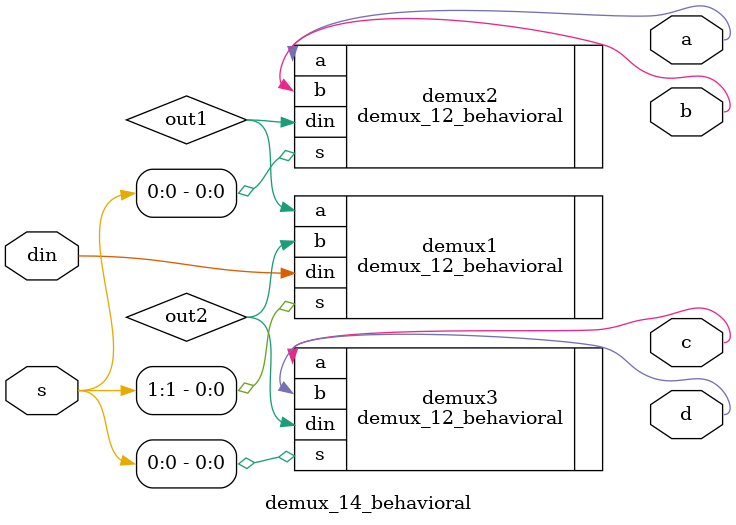
<source format=v>
module demux_14_behavioral (a, b, c, d, s, din);

output a, b, c, d;
input [1:0] s;
input din;

wire out1, out2;

demux_12_behavioral demux1 (.a(out1), .b(out2), .s(s[1]), .din(din));
demux_12_behavioral demux2 (.a(a), .b(b), .s(s[0]), .din(out1));
demux_12_behavioral demux3 (.a(c), .b(d), .s(s[0]), .din(out2));

endmodule
</source>
